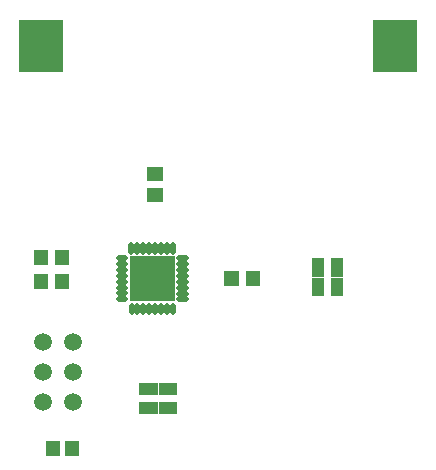
<source format=gbs>
G04 Layer: BottomSolderMaskLayer*
G04 EasyEDA v6.4.7, 2020-11-14T12:43:57+01:00*
G04 ca67bbdea9ee427383f7cb57cdafcb35,58a91c2aa3f04fa292fc60144c522205,10*
G04 Gerber Generator version 0.2*
G04 Scale: 100 percent, Rotated: No, Reflected: No *
G04 Dimensions in millimeters *
G04 leading zeros omitted , absolute positions ,3 integer and 3 decimal *
%FSLAX33Y33*%
%MOMM*%
G90*
D02*

%ADD33C,0.483210*%
%ADD36C,1.503197*%

%LPD*%
G54D33*
G01X29070Y61638D02*
G01X29070Y61118D01*
G01X28569Y61638D02*
G01X28569Y61118D01*
G01X28069Y61638D02*
G01X28069Y61118D01*
G01X27569Y61638D02*
G01X27569Y61118D01*
G01X27071Y61638D02*
G01X27071Y61118D01*
G01X26571Y61638D02*
G01X26571Y61118D01*
G01X26070Y61638D02*
G01X26070Y61118D01*
G01X25570Y61638D02*
G01X25570Y61118D01*
G01X25565Y66248D02*
G01X25565Y66768D01*
G01X26065Y66248D02*
G01X26065Y66768D01*
G01X26565Y66248D02*
G01X26565Y66768D01*
G01X27066Y66248D02*
G01X27066Y66768D01*
G01X27564Y66248D02*
G01X27564Y66768D01*
G01X28064Y66248D02*
G01X28064Y66768D01*
G01X28564Y66248D02*
G01X28564Y66768D01*
G01X29065Y66248D02*
G01X29065Y66768D01*
G01X25012Y65696D02*
G01X24492Y65696D01*
G01X25012Y65195D02*
G01X24492Y65195D01*
G01X25012Y64695D02*
G01X24492Y64695D01*
G01X25012Y64194D02*
G01X24492Y64194D01*
G01X25012Y63697D02*
G01X24492Y63697D01*
G01X25012Y63196D02*
G01X24492Y63196D01*
G01X25012Y62696D02*
G01X24492Y62696D01*
G01X25012Y62195D02*
G01X24492Y62195D01*
G01X29623Y62190D02*
G01X30143Y62190D01*
G01X29623Y62691D02*
G01X30143Y62691D01*
G01X29623Y63191D02*
G01X30143Y63191D01*
G01X29623Y63691D02*
G01X30143Y63691D01*
G01X29623Y64189D02*
G01X30143Y64189D01*
G01X29623Y64690D02*
G01X30143Y64690D01*
G01X29623Y65190D02*
G01X30143Y65190D01*
G01X29623Y65690D02*
G01X30143Y65690D01*
G36*
G01X33436Y63290D02*
G01X33436Y64596D01*
G01X34640Y64596D01*
G01X34640Y63290D01*
G01X33436Y63290D01*
G37*
G36*
G01X35237Y63290D02*
G01X35237Y64596D01*
G01X36438Y64596D01*
G01X36438Y63290D01*
G01X35237Y63290D01*
G37*
G36*
G01X17307Y63036D02*
G01X17307Y64342D01*
G01X18511Y64342D01*
G01X18511Y63036D01*
G01X17307Y63036D01*
G37*
G36*
G01X19108Y63036D02*
G01X19108Y64342D01*
G01X20309Y64342D01*
G01X20309Y63036D01*
G01X19108Y63036D01*
G37*
G36*
G01X26918Y72241D02*
G01X26918Y73445D01*
G01X28224Y73445D01*
G01X28224Y72241D01*
G01X26918Y72241D01*
G37*
G36*
G01X26918Y70443D02*
G01X26918Y71644D01*
G01X28224Y71644D01*
G01X28224Y70443D01*
G01X26918Y70443D01*
G37*
G36*
G01X19105Y65068D02*
G01X19105Y66374D01*
G01X20309Y66374D01*
G01X20309Y65068D01*
G01X19105Y65068D01*
G37*
G36*
G01X17307Y65068D02*
G01X17307Y66374D01*
G01X18508Y66374D01*
G01X18508Y65068D01*
G01X17307Y65068D01*
G37*
G36*
G01X18295Y48939D02*
G01X18295Y50245D01*
G01X19499Y50245D01*
G01X19499Y48939D01*
G01X18295Y48939D01*
G37*
G36*
G01X19895Y48939D02*
G01X19895Y50245D01*
G01X21099Y50245D01*
G01X21099Y48939D01*
G01X19895Y48939D01*
G37*
G54D36*
G01X20586Y58609D03*
G01X18046Y58609D03*
G01X20586Y56069D03*
G01X18046Y56069D03*
G01X20586Y53529D03*
G01X18046Y53529D03*
G36*
G01X40876Y62444D02*
G01X40876Y63298D01*
G01X41879Y63298D01*
G01X41879Y62444D01*
G01X40876Y62444D01*
G37*
G36*
G01X42473Y62444D02*
G01X42473Y63298D01*
G01X43477Y63298D01*
G01X43477Y62444D01*
G01X42473Y62444D01*
G37*
G36*
G01X40876Y63318D02*
G01X40876Y64022D01*
G01X41879Y64022D01*
G01X41879Y63318D01*
G01X40876Y63318D01*
G37*
G36*
G01X42473Y63318D02*
G01X42473Y64022D01*
G01X43477Y64022D01*
G01X43477Y63318D01*
G01X42473Y63318D01*
G37*
G36*
G01X40876Y64118D02*
G01X40876Y64822D01*
G01X41879Y64822D01*
G01X41879Y64118D01*
G01X40876Y64118D01*
G37*
G36*
G01X42473Y64118D02*
G01X42473Y64822D01*
G01X43477Y64822D01*
G01X43477Y64118D01*
G01X42473Y64118D01*
G37*
G36*
G01X40876Y64842D02*
G01X40876Y65696D01*
G01X41879Y65696D01*
G01X41879Y64842D01*
G01X40876Y64842D01*
G37*
G36*
G01X42473Y64842D02*
G01X42473Y65696D01*
G01X43477Y65696D01*
G01X43477Y64842D01*
G01X42473Y64842D01*
G37*
G36*
G01X26200Y54080D02*
G01X26200Y55083D01*
G01X27053Y55083D01*
G01X27053Y54080D01*
G01X26200Y54080D01*
G37*
G36*
G01X26200Y52483D02*
G01X26200Y53486D01*
G01X27053Y53486D01*
G01X27053Y52483D01*
G01X26200Y52483D01*
G37*
G36*
G01X27073Y54080D02*
G01X27073Y55083D01*
G01X27777Y55083D01*
G01X27777Y54080D01*
G01X27073Y54080D01*
G37*
G36*
G01X27073Y52483D02*
G01X27073Y53486D01*
G01X27777Y53486D01*
G01X27777Y52483D01*
G01X27073Y52483D01*
G37*
G36*
G01X27873Y54080D02*
G01X27873Y55083D01*
G01X28577Y55083D01*
G01X28577Y54080D01*
G01X27873Y54080D01*
G37*
G36*
G01X27873Y52483D02*
G01X27873Y53486D01*
G01X28577Y53486D01*
G01X28577Y52483D01*
G01X27873Y52483D01*
G37*
G36*
G01X28597Y54080D02*
G01X28597Y55083D01*
G01X29451Y55083D01*
G01X29451Y54080D01*
G01X28597Y54080D01*
G37*
G36*
G01X28597Y52483D02*
G01X28597Y53486D01*
G01X29451Y53486D01*
G01X29451Y52483D01*
G01X28597Y52483D01*
G37*
G36*
G01X46042Y81426D02*
G01X46042Y85830D01*
G01X49745Y85830D01*
G01X49745Y81426D01*
G01X46042Y81426D01*
G37*
G36*
G01X16065Y81426D02*
G01X16065Y85830D01*
G01X19768Y85830D01*
G01X19768Y81426D01*
G01X16065Y81426D01*
G37*
G36*
G01X25415Y62041D02*
G01X25415Y65845D01*
G01X29220Y65845D01*
G01X29220Y62041D01*
G01X25415Y62041D01*
G37*
M00*
M02*

</source>
